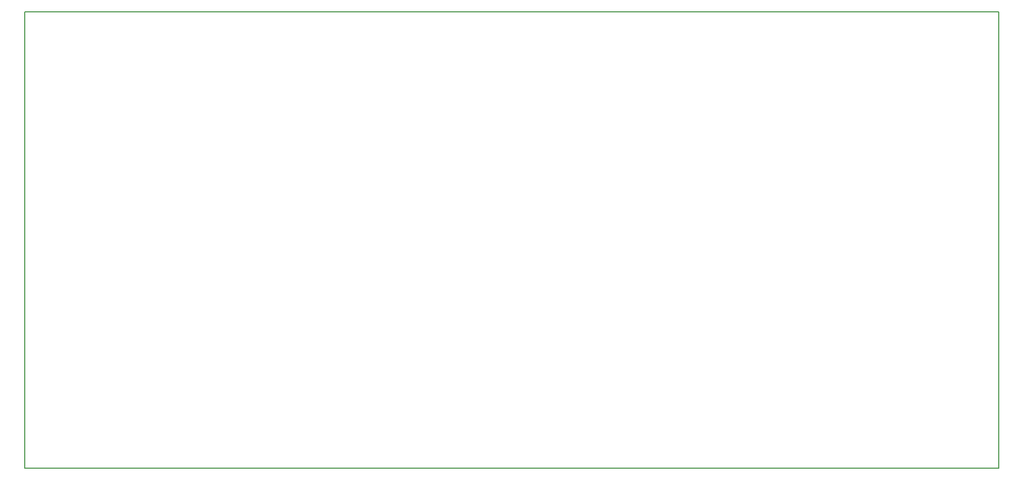
<source format=gko>
G04 #@! TF.GenerationSoftware,KiCad,Pcbnew,7.0.9-7.0.9~ubuntu22.04.1*
G04 #@! TF.CreationDate,2023-12-30T04:32:08+00:00*
G04 #@! TF.ProjectId,uaeficopiedtovfr,75616566-6963-46f7-9069-6564746f7666,rev?*
G04 #@! TF.SameCoordinates,Original*
G04 #@! TF.FileFunction,Profile,NP*
%FSLAX46Y46*%
G04 Gerber Fmt 4.6, Leading zero omitted, Abs format (unit mm)*
G04 Created by KiCad (PCBNEW 7.0.9-7.0.9~ubuntu22.04.1) date 2023-12-30 04:32:08*
%MOMM*%
%LPD*%
G01*
G04 APERTURE LIST*
G04 #@! TA.AperFunction,Profile*
%ADD10C,0.200000*%
G04 #@! TD*
G04 APERTURE END LIST*
D10*
G04 #@! TO.C,U1*
X175000Y75175000D02*
X160175000Y75175000D01*
X160175000Y75175000D02*
X160175000Y125000D01*
X160175000Y125000D02*
X175000Y125000D01*
X175000Y125000D02*
X175000Y75175000D01*
G04 #@! TD*
M02*

</source>
